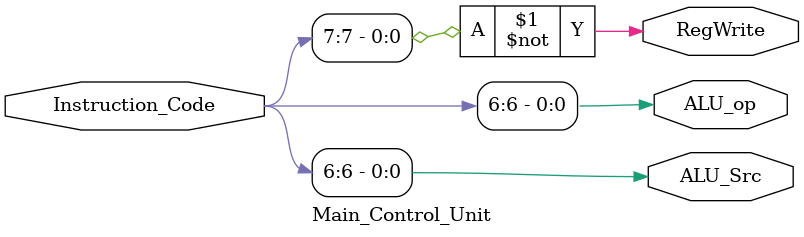
<source format=v>
 
module Main_Control_Unit(Instruction_Code, RegWrite, ALU_Src, ALU_op);

// Declare inputs to Main_Control_Unit
input [7:0] Instruction_Code;

// Declare outputs from the Main_Control_Unit
output RegWrite;
output ALU_Src;
output ALU_op;

//Generate Regwrite signal
assign RegWrite=~(Instruction_Code[7]); //Only write for sll or add instructions

// Generate ALU_Src signal
assign ALU_Src = Instruction_Code[6];

// Generate ALU_op signal
assign ALU_op = Instruction_Code[6];

endmodule
</source>
